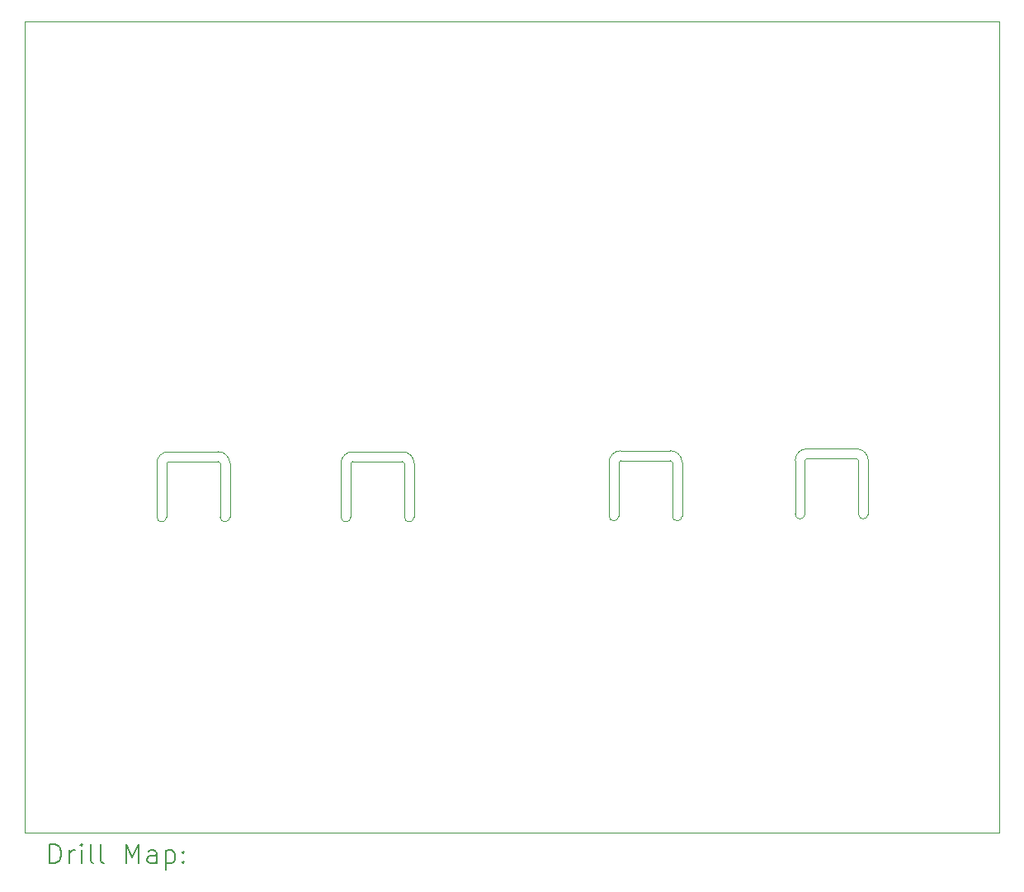
<source format=gbr>
%TF.GenerationSoftware,KiCad,Pcbnew,8.0.0*%
%TF.CreationDate,2024-08-19T17:47:20+02:00*%
%TF.ProjectId,esp32_blinds_controller,65737033-325f-4626-9c69-6e64735f636f,V0.1*%
%TF.SameCoordinates,Original*%
%TF.FileFunction,Drillmap*%
%TF.FilePolarity,Positive*%
%FSLAX45Y45*%
G04 Gerber Fmt 4.5, Leading zero omitted, Abs format (unit mm)*
G04 Created by KiCad (PCBNEW 8.0.0) date 2024-08-19 17:47:20*
%MOMM*%
%LPD*%
G01*
G04 APERTURE LIST*
%ADD10C,0.050000*%
%ADD11C,0.120000*%
%ADD12C,0.200000*%
G04 APERTURE END LIST*
D10*
X13990000Y-9990000D02*
G75*
G02*
X14110000Y-10110000I0J-120000D01*
G01*
X16740000Y-9980000D02*
G75*
G02*
X16860000Y-10100000I0J-120000D01*
G01*
X16860000Y-10650000D02*
G75*
G02*
X16760000Y-10650000I-50000J0D01*
G01*
X18770000Y-10630000D02*
X18770000Y-10080000D01*
X16110000Y-10650000D02*
X16110000Y-10100000D01*
X13460000Y-10660000D02*
X13460000Y-10110000D01*
X12220000Y-10660000D02*
G75*
G02*
X12120000Y-10660000I-50000J0D01*
G01*
X12220000Y-10660000D02*
X12220000Y-10110000D01*
X13480000Y-9990000D02*
X13990000Y-9990000D01*
X16230000Y-10080000D02*
X16740000Y-10080000D01*
X14110000Y-10660000D02*
X14110000Y-10110000D01*
X18120000Y-10630000D02*
G75*
G02*
X18020000Y-10630000I-50000J0D01*
G01*
X12100000Y-9990000D02*
G75*
G02*
X12220000Y-10110000I0J-120000D01*
G01*
X18140000Y-10060000D02*
X18650000Y-10060000D01*
X16210000Y-10100000D02*
G75*
G02*
X16230000Y-10080000I20000J0D01*
G01*
X13360000Y-10110000D02*
G75*
G02*
X13480000Y-9990000I120000J0D01*
G01*
X12120000Y-10660000D02*
X12120000Y-10110000D01*
X18770000Y-10630000D02*
G75*
G02*
X18670000Y-10630000I-50000J0D01*
G01*
X11590000Y-10090000D02*
X12100000Y-10090000D01*
X11570000Y-10660000D02*
X11570000Y-10110000D01*
X16740000Y-10080000D02*
G75*
G02*
X16760000Y-10100000I0J-20000D01*
G01*
X14110000Y-10660000D02*
G75*
G02*
X14010000Y-10660000I-50000J0D01*
G01*
X18670000Y-10630000D02*
X18670000Y-10080000D01*
X18020000Y-10080000D02*
G75*
G02*
X18140000Y-9960000I120000J0D01*
G01*
X13480000Y-10090000D02*
X13990000Y-10090000D01*
X18120000Y-10080000D02*
G75*
G02*
X18140000Y-10060000I20000J0D01*
G01*
X18650000Y-10060000D02*
G75*
G02*
X18670000Y-10080000I0J-20000D01*
G01*
X16210000Y-10650000D02*
G75*
G02*
X16110000Y-10650000I-50000J0D01*
G01*
X13990000Y-10090000D02*
G75*
G02*
X14010000Y-10110000I0J-20000D01*
G01*
X11570000Y-10660000D02*
G75*
G02*
X11470000Y-10660000I-50000J0D01*
G01*
X18650000Y-9960000D02*
G75*
G02*
X18770000Y-10080000I0J-120000D01*
G01*
X18020000Y-10630000D02*
X18020000Y-10080000D01*
X16210000Y-10650000D02*
X16210000Y-10100000D01*
X13460000Y-10110000D02*
G75*
G02*
X13480000Y-10090000I20000J0D01*
G01*
X11590000Y-9990000D02*
X12100000Y-9990000D01*
X12100000Y-10090000D02*
G75*
G02*
X12120000Y-10110000I0J-20000D01*
G01*
X14010000Y-10660000D02*
X14010000Y-10110000D01*
X18120000Y-10630000D02*
X18120000Y-10080000D01*
X11470000Y-10660000D02*
X11470000Y-10110000D01*
X16860000Y-10650000D02*
X16860000Y-10100000D01*
X16230000Y-9980000D02*
X16740000Y-9980000D01*
X16760000Y-10650000D02*
X16760000Y-10100000D01*
X16110000Y-10100000D02*
G75*
G02*
X16230000Y-9980000I120000J0D01*
G01*
X13460000Y-10660000D02*
G75*
G02*
X13360000Y-10660000I-50000J0D01*
G01*
X18140000Y-9960000D02*
X18650000Y-9960000D01*
X11570000Y-10110000D02*
G75*
G02*
X11590000Y-10090000I20000J0D01*
G01*
X11470000Y-10110000D02*
G75*
G02*
X11590000Y-9990000I120000J0D01*
G01*
X13360000Y-10660000D02*
X13360000Y-10110000D01*
D11*
X10117500Y-5574500D02*
X10117500Y-13899500D01*
X10117500Y-13899500D02*
X20117500Y-13899500D01*
X20117500Y-5574500D02*
X10117500Y-5574500D01*
X20117500Y-13899500D02*
X20117500Y-5574500D01*
D12*
X10372277Y-14216984D02*
X10372277Y-14016984D01*
X10372277Y-14016984D02*
X10419896Y-14016984D01*
X10419896Y-14016984D02*
X10448467Y-14026508D01*
X10448467Y-14026508D02*
X10467515Y-14045555D01*
X10467515Y-14045555D02*
X10477039Y-14064603D01*
X10477039Y-14064603D02*
X10486563Y-14102698D01*
X10486563Y-14102698D02*
X10486563Y-14131269D01*
X10486563Y-14131269D02*
X10477039Y-14169365D01*
X10477039Y-14169365D02*
X10467515Y-14188412D01*
X10467515Y-14188412D02*
X10448467Y-14207460D01*
X10448467Y-14207460D02*
X10419896Y-14216984D01*
X10419896Y-14216984D02*
X10372277Y-14216984D01*
X10572277Y-14216984D02*
X10572277Y-14083650D01*
X10572277Y-14121746D02*
X10581801Y-14102698D01*
X10581801Y-14102698D02*
X10591324Y-14093174D01*
X10591324Y-14093174D02*
X10610372Y-14083650D01*
X10610372Y-14083650D02*
X10629420Y-14083650D01*
X10696086Y-14216984D02*
X10696086Y-14083650D01*
X10696086Y-14016984D02*
X10686563Y-14026508D01*
X10686563Y-14026508D02*
X10696086Y-14036031D01*
X10696086Y-14036031D02*
X10705610Y-14026508D01*
X10705610Y-14026508D02*
X10696086Y-14016984D01*
X10696086Y-14016984D02*
X10696086Y-14036031D01*
X10819896Y-14216984D02*
X10800848Y-14207460D01*
X10800848Y-14207460D02*
X10791324Y-14188412D01*
X10791324Y-14188412D02*
X10791324Y-14016984D01*
X10924658Y-14216984D02*
X10905610Y-14207460D01*
X10905610Y-14207460D02*
X10896086Y-14188412D01*
X10896086Y-14188412D02*
X10896086Y-14016984D01*
X11153229Y-14216984D02*
X11153229Y-14016984D01*
X11153229Y-14016984D02*
X11219896Y-14159841D01*
X11219896Y-14159841D02*
X11286562Y-14016984D01*
X11286562Y-14016984D02*
X11286562Y-14216984D01*
X11467515Y-14216984D02*
X11467515Y-14112222D01*
X11467515Y-14112222D02*
X11457991Y-14093174D01*
X11457991Y-14093174D02*
X11438943Y-14083650D01*
X11438943Y-14083650D02*
X11400848Y-14083650D01*
X11400848Y-14083650D02*
X11381801Y-14093174D01*
X11467515Y-14207460D02*
X11448467Y-14216984D01*
X11448467Y-14216984D02*
X11400848Y-14216984D01*
X11400848Y-14216984D02*
X11381801Y-14207460D01*
X11381801Y-14207460D02*
X11372277Y-14188412D01*
X11372277Y-14188412D02*
X11372277Y-14169365D01*
X11372277Y-14169365D02*
X11381801Y-14150317D01*
X11381801Y-14150317D02*
X11400848Y-14140793D01*
X11400848Y-14140793D02*
X11448467Y-14140793D01*
X11448467Y-14140793D02*
X11467515Y-14131269D01*
X11562753Y-14083650D02*
X11562753Y-14283650D01*
X11562753Y-14093174D02*
X11581801Y-14083650D01*
X11581801Y-14083650D02*
X11619896Y-14083650D01*
X11619896Y-14083650D02*
X11638943Y-14093174D01*
X11638943Y-14093174D02*
X11648467Y-14102698D01*
X11648467Y-14102698D02*
X11657991Y-14121746D01*
X11657991Y-14121746D02*
X11657991Y-14178888D01*
X11657991Y-14178888D02*
X11648467Y-14197936D01*
X11648467Y-14197936D02*
X11638943Y-14207460D01*
X11638943Y-14207460D02*
X11619896Y-14216984D01*
X11619896Y-14216984D02*
X11581801Y-14216984D01*
X11581801Y-14216984D02*
X11562753Y-14207460D01*
X11743705Y-14197936D02*
X11753229Y-14207460D01*
X11753229Y-14207460D02*
X11743705Y-14216984D01*
X11743705Y-14216984D02*
X11734182Y-14207460D01*
X11734182Y-14207460D02*
X11743705Y-14197936D01*
X11743705Y-14197936D02*
X11743705Y-14216984D01*
X11743705Y-14093174D02*
X11753229Y-14102698D01*
X11753229Y-14102698D02*
X11743705Y-14112222D01*
X11743705Y-14112222D02*
X11734182Y-14102698D01*
X11734182Y-14102698D02*
X11743705Y-14093174D01*
X11743705Y-14093174D02*
X11743705Y-14112222D01*
M02*

</source>
